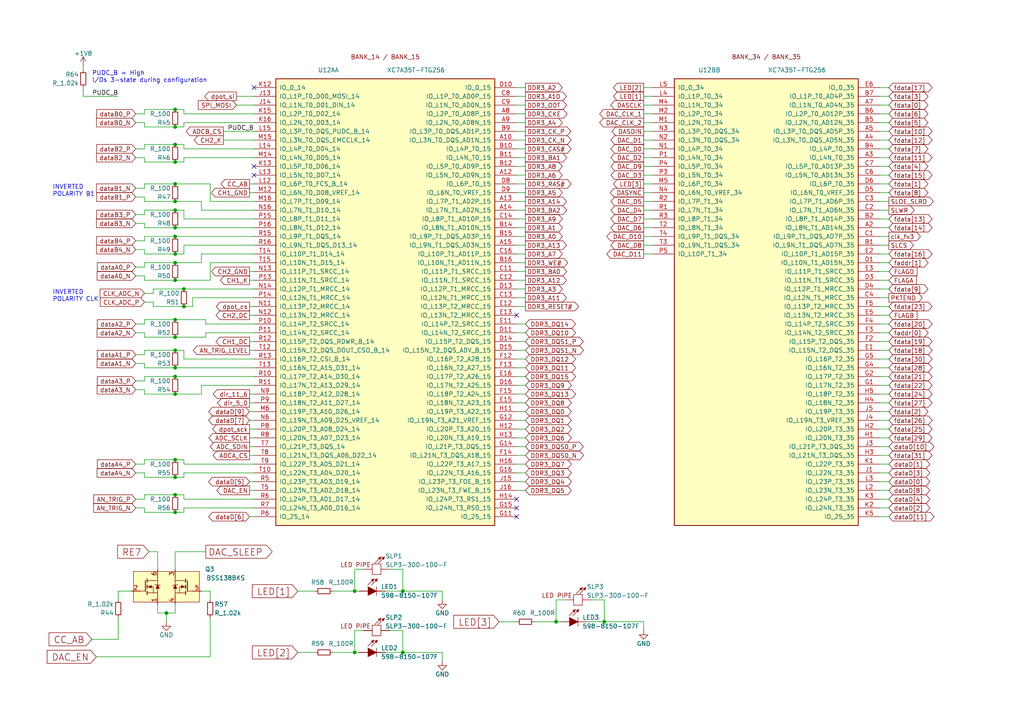
<source format=kicad_sch>
(kicad_sch (version 20250114) (generator "eeschema") (generator_version "9.0")
  (paper "A4")
  (title_block (title "Scopefun Oscilloscope") (rev "v2") (comment 1 "Copyright Dejan Priversek 2017") (comment 2 "Licensed under CERN OHL v.1.2"))
  (text "PUDC_B = High\nI/Os 3-state during configuration" (at 26.67 24.13 0) (effects (font (size 1.27 1.27)) (justify left bottom)))
  (text "INVERTED\nPOLARITY B1" (at 15.24 57.15 0) (effects (font (size 1.27 1.27)) (justify left bottom)))
  (text "INVERTED\nPOLARITY CLK" (at 15.24 87.63 0) (effects (font (size 1.27 1.27)) (justify left bottom)))
  (junction (at 116.84 171.45))
  (junction (at 175.26 180.34))
  (junction (at 50.8 133.35))
  (junction (at 50.8 66.04))
  (junction (at 161.29 180.34))
  (junction (at 50.8 148.59))
  (junction (at 50.8 36.83))
  (junction (at 50.8 76.2))
  (junction (at 50.8 106.68))
  (junction (at 50.8 97.79))
  (junction (at 116.84 189.23))
  (junction (at 50.8 109.22))
  (junction (at 50.8 41.91))
  (junction (at 50.8 114.3))
  (junction (at 53.34 88.9))
  (junction (at 50.8 73.66))
  (junction (at 50.8 81.28))
  (junction (at 50.8 92.71))
  (junction (at 50.8 53.34))
  (junction (at 50.8 101.6))
  (junction (at 50.8 68.58))
  (junction (at 50.8 138.43))
  (junction (at 50.8 46.99))
  (junction (at 50.8 143.51))
  (junction (at 53.34 83.82))
  (junction (at 50.8 31.75))
  (junction (at 50.8 60.96))
  (junction (at 48.26 177.8))
  (junction (at 102.87 189.23))
  (junction (at 50.8 58.42))
  (junction (at 102.87 171.45))
  (no_connect (at 73.66 48.26))
  (no_connect (at 149.86 144.78))
  (no_connect (at 149.86 149.86))
  (no_connect (at 73.66 25.4))
  (no_connect (at 73.66 50.8))
  (no_connect (at 149.86 91.44))
  (no_connect (at 149.86 147.32))
  (wire (pts (xy 53.34 137.16) (xy 73.66 137.16)))
  (wire (pts (xy 50.8 101.6) (xy 53.34 101.6)))
  (wire (pts (xy 53.34 35.56) (xy 73.66 35.56)))
  (wire (pts (xy 41.91 73.66) (xy 41.91 72.39)))
  (wire (pts (xy 149.86 134.62) (xy 152.4 134.62)))
  (wire (pts (xy 45.72 177.8) (xy 48.26 177.8)))
  (wire (pts (xy 41.91 143.51) (xy 50.8 143.51)))
  (wire (pts (xy 41.91 134.62) (xy 39.37 134.62)))
  (wire (pts (xy 45.72 177.8) (xy 45.72 175.26)))
  (wire (pts (xy 149.86 137.16) (xy 152.4 137.16)))
  (wire (pts (xy 255.27 71.12) (xy 257.81 71.12)))
  (wire (pts (xy 149.86 30.48) (xy 152.4 30.48)))
  (wire (pts (xy 41.91 46.99) (xy 41.91 45.72)))
  (wire (pts (xy 59.69 96.52) (xy 73.66 96.52)))
  (wire (pts (xy 149.86 71.12) (xy 152.4 71.12)))
  (wire (pts (xy 186.69 63.5) (xy 189.23 63.5)))
  (wire (pts (xy 149.86 73.66) (xy 152.4 73.66)))
  (wire (pts (xy 149.86 101.6) (xy 152.4 101.6)))
  (wire (pts (xy 116.84 182.88) (xy 116.84 189.23)))
  (wire (pts (xy 72.39 91.44) (xy 73.66 91.44)))
  (wire (pts (xy 59.69 97.79) (xy 59.69 96.52)))
  (wire (pts (xy 41.91 76.2) (xy 50.8 76.2)))
  (wire (pts (xy 186.69 43.18) (xy 189.23 43.18)))
  (wire (pts (xy 255.27 66.04) (xy 257.81 66.04)))
  (wire (pts (xy 255.27 53.34) (xy 257.81 53.34)))
  (wire (pts (xy 50.8 109.22) (xy 73.66 109.22)))
  (wire (pts (xy 255.27 88.9) (xy 257.81 88.9)))
  (wire (pts (xy 255.27 43.18) (xy 257.81 43.18)))
  (wire (pts (xy 149.86 53.34) (xy 152.4 53.34)))
  (wire (pts (xy 64.77 38.1) (xy 73.66 38.1)))
  (wire (pts (xy 186.69 33.02) (xy 189.23 33.02)))
  (wire (pts (xy 50.8 92.71) (xy 59.69 92.71)))
  (wire (pts (xy 149.86 127) (xy 152.4 127)))
  (wire (pts (xy 149.86 58.42) (xy 152.4 58.42)))
  (wire (pts (xy 255.27 35.56) (xy 257.81 35.56)))
  (wire (pts (xy 41.91 35.56) (xy 39.37 35.56)))
  (wire (pts (xy 255.27 27.94) (xy 257.81 27.94)))
  (wire (pts (xy 73.66 132.08) (xy 72.39 132.08)))
  (wire (pts (xy 27.94 190.5) (xy 60.96 190.5)))
  (wire (pts (xy 50.8 68.58) (xy 73.66 68.58)))
  (wire (pts (xy 68.58 27.94) (xy 73.66 27.94)))
  (wire (pts (xy 255.27 81.28) (xy 257.81 81.28)))
  (wire (pts (xy 186.69 30.48) (xy 189.23 30.48)))
  (wire (pts (xy 50.8 138.43) (xy 53.34 138.43)))
  (wire (pts (xy 41.91 101.6) (xy 50.8 101.6)))
  (wire (pts (xy 105.41 182.88) (xy 102.87 182.88)))
  (wire (pts (xy 72.39 119.38) (xy 73.66 119.38)))
  (wire (pts (xy 24.13 27.94) (xy 24.13 25.4)))
  (wire (pts (xy 58.42 73.66) (xy 73.66 73.66)))
  (wire (pts (xy 60.96 173.99) (xy 60.96 171.45)))
  (wire (pts (xy 41.91 93.98) (xy 41.91 92.71)))
  (wire (pts (xy 255.27 134.62) (xy 257.81 134.62)))
  (wire (pts (xy 41.91 114.3) (xy 50.8 114.3)))
  (wire (pts (xy 255.27 55.88) (xy 257.81 55.88)))
  (wire (pts (xy 255.27 78.74) (xy 257.81 78.74)))
  (wire (pts (xy 149.86 142.24) (xy 152.4 142.24)))
  (wire (pts (xy 50.8 160.02) (xy 50.8 165.1)))
  (wire (pts (xy 41.91 58.42) (xy 50.8 58.42)))
  (wire (pts (xy 41.91 97.79) (xy 50.8 97.79)))
  (wire (pts (xy 53.34 133.35) (xy 53.34 134.62)))
  (wire (pts (xy 41.91 41.91) (xy 50.8 41.91)))
  (wire (pts (xy 50.8 81.28) (xy 60.96 81.28)))
  (wire (pts (xy 149.86 35.56) (xy 152.4 35.56)))
  (wire (pts (xy 255.27 63.5) (xy 257.81 63.5)))
  (wire (pts (xy 41.91 147.32) (xy 39.37 147.32)))
  (wire (pts (xy 128.27 171.45) (xy 128.27 173.99)))
  (wire (pts (xy 41.91 148.59) (xy 50.8 148.59)))
  (wire (pts (xy 186.69 55.88) (xy 189.23 55.88)))
  (wire (pts (xy 53.34 147.32) (xy 73.66 147.32)))
  (wire (pts (xy 255.27 139.7) (xy 257.81 139.7)))
  (wire (pts (xy 41.91 144.78) (xy 39.37 144.78)))
  (wire (pts (xy 41.91 46.99) (xy 50.8 46.99)))
  (wire (pts (xy 60.96 190.5) (xy 60.96 179.07)))
  (wire (pts (xy 113.03 165.1) (xy 116.84 165.1)))
  (wire (pts (xy 41.91 66.04) (xy 41.91 64.77)))
  (wire (pts (xy 255.27 101.6) (xy 257.81 101.6)))
  (wire (pts (xy 149.86 111.76) (xy 152.4 111.76)))
  (wire (pts (xy 161.29 173.99) (xy 163.83 173.99)))
  (wire (pts (xy 186.69 27.94) (xy 189.23 27.94)))
  (wire (pts (xy 41.91 66.04) (xy 50.8 66.04)))
  (wire (pts (xy 41.91 109.22) (xy 50.8 109.22)))
  (wire (pts (xy 255.27 137.16) (xy 257.81 137.16)))
  (wire (pts (xy 149.86 63.5) (xy 152.4 63.5)))
  (wire (pts (xy 105.41 165.1) (xy 102.87 165.1)))
  (wire (pts (xy 53.34 88.9) (xy 55.88 88.9)))
  (wire (pts (xy 41.91 64.77) (xy 39.37 64.77)))
  (wire (pts (xy 60.96 53.34) (xy 60.96 58.42)))
  (wire (pts (xy 53.34 71.12) (xy 73.66 71.12)))
  (wire (pts (xy 41.91 92.71) (xy 50.8 92.71)))
  (wire (pts (xy 50.8 148.59) (xy 53.34 148.59)))
  (wire (pts (xy 186.69 58.42) (xy 189.23 58.42)))
  (wire (pts (xy 50.8 133.35) (xy 53.34 133.35)))
  (wire (pts (xy 161.29 173.99) (xy 161.29 180.34)))
  (wire (pts (xy 60.96 171.45) (xy 58.42 171.45)))
  (wire (pts (xy 255.27 30.48) (xy 257.81 30.48)))
  (wire (pts (xy 53.34 46.99) (xy 53.34 45.72)))
  (wire (pts (xy 43.18 160.02) (xy 45.72 160.02)))
  (wire (pts (xy 186.69 66.04) (xy 189.23 66.04)))
  (wire (pts (xy 149.86 114.3) (xy 152.4 114.3)))
  (wire (pts (xy 186.69 45.72) (xy 189.23 45.72)))
  (wire (pts (xy 41.91 97.79) (xy 41.91 96.52)))
  (wire (pts (xy 58.42 114.3) (xy 58.42 111.76)))
  (wire (pts (xy 149.86 109.22) (xy 152.4 109.22)))
  (wire (pts (xy 41.91 143.51) (xy 41.91 144.78)))
  (wire (pts (xy 149.86 96.52) (xy 152.4 96.52)))
  (wire (pts (xy 34.29 173.99) (xy 34.29 171.45)))
  (wire (pts (xy 53.34 138.43) (xy 53.34 137.16)))
  (wire (pts (xy 41.91 138.43) (xy 50.8 138.43)))
  (wire (pts (xy 96.52 189.23) (xy 102.87 189.23)))
  (wire (pts (xy 111.76 171.45) (xy 116.84 171.45)))
  (wire (pts (xy 149.86 106.68) (xy 152.4 106.68)))
  (wire (pts (xy 48.26 177.8) (xy 50.8 177.8)))
  (wire (pts (xy 102.87 182.88) (xy 102.87 189.23)))
  (wire (pts (xy 50.8 31.75) (xy 53.34 31.75)))
  (wire (pts (xy 72.39 53.34) (xy 73.66 53.34)))
  (wire (pts (xy 72.39 116.84) (xy 73.66 116.84)))
  (wire (pts (xy 39.37 102.87) (xy 41.91 102.87)))
  (wire (pts (xy 50.8 97.79) (xy 59.69 97.79)))
  (wire (pts (xy 53.34 63.5) (xy 73.66 63.5)))
  (wire (pts (xy 41.91 133.35) (xy 41.91 134.62)))
  (wire (pts (xy 149.86 132.08) (xy 152.4 132.08)))
  (wire (pts (xy 50.8 46.99) (xy 53.34 46.99)))
  (wire (pts (xy 53.34 33.02) (xy 73.66 33.02)))
  (wire (pts (xy 257.81 121.92) (xy 255.27 121.92)))
  (wire (pts (xy 255.27 48.26) (xy 257.81 48.26)))
  (wire (pts (xy 149.86 45.72) (xy 152.4 45.72)))
  (wire (pts (xy 73.66 127) (xy 72.39 127)))
  (wire (pts (xy 39.37 93.98) (xy 41.91 93.98)))
  (wire (pts (xy 116.84 171.45) (xy 128.27 171.45)))
  (wire (pts (xy 50.8 53.34) (xy 60.96 53.34)))
  (wire (pts (xy 58.42 111.76) (xy 73.66 111.76)))
  (wire (pts (xy 255.27 144.78) (xy 257.81 144.78)))
  (wire (pts (xy 149.86 119.38) (xy 152.4 119.38)))
  (wire (pts (xy 186.69 53.34) (xy 189.23 53.34)))
  (wire (pts (xy 255.27 111.76) (xy 257.81 111.76)))
  (wire (pts (xy 41.91 73.66) (xy 50.8 73.66)))
  (wire (pts (xy 41.91 45.72) (xy 39.37 45.72)))
  (wire (pts (xy 255.27 60.96) (xy 257.81 60.96)))
  (wire (pts (xy 255.27 25.4) (xy 257.81 25.4)))
  (wire (pts (xy 60.96 58.42) (xy 73.66 58.42)))
  (wire (pts (xy 149.86 66.04) (xy 152.4 66.04)))
  (wire (pts (xy 255.27 147.32) (xy 257.81 147.32)))
  (wire (pts (xy 44.45 83.82) (xy 44.45 85.09)))
  (wire (pts (xy 41.91 60.96) (xy 41.91 62.23)))
  (wire (pts (xy 255.27 91.44) (xy 257.81 91.44)))
  (wire (pts (xy 41.91 137.16) (xy 39.37 137.16)))
  (wire (pts (xy 41.91 53.34) (xy 41.91 54.61)))
  (wire (pts (xy 50.8 60.96) (xy 53.34 60.96)))
  (wire (pts (xy 41.91 81.28) (xy 41.91 80.01)))
  (wire (pts (xy 34.29 171.45) (xy 38.1 171.45)))
  (wire (pts (xy 55.88 86.36) (xy 73.66 86.36)))
  (wire (pts (xy 113.03 182.88) (xy 116.84 182.88)))
  (wire (pts (xy 53.34 36.83) (xy 53.34 35.56)))
  (wire (pts (xy 41.91 113.03) (xy 41.91 114.3)))
  (wire (pts (xy 186.69 180.34) (xy 186.69 182.88)))
  (wire (pts (xy 186.69 25.4) (xy 189.23 25.4)))
  (wire (pts (xy 53.34 143.51) (xy 53.34 144.78)))
  (wire (pts (xy 186.69 35.56) (xy 189.23 35.56)))
  (wire (pts (xy 72.39 55.88) (xy 73.66 55.88)))
  (wire (pts (xy 50.8 58.42) (xy 58.42 58.42)))
  (wire (pts (xy 72.39 88.9) (xy 73.66 88.9)))
  (wire (pts (xy 255.27 50.8) (xy 257.81 50.8)))
  (wire (pts (xy 72.39 129.54) (xy 73.66 129.54)))
  (wire (pts (xy 50.8 66.04) (xy 73.66 66.04)))
  (wire (pts (xy 86.36 171.45) (xy 91.44 171.45)))
  (wire (pts (xy 72.39 124.46) (xy 73.66 124.46)))
  (wire (pts (xy 34.29 185.42) (xy 34.29 179.07)))
  (wire (pts (xy 59.69 93.98) (xy 73.66 93.98)))
  (wire (pts (xy 149.86 93.98) (xy 152.4 93.98)))
  (wire (pts (xy 161.29 180.34) (xy 162.56 180.34)))
  (wire (pts (xy 50.8 106.68) (xy 73.66 106.68)))
  (wire (pts (xy 50.8 73.66) (xy 53.34 73.66)))
  (wire (pts (xy 41.91 148.59) (xy 41.91 147.32)))
  (wire (pts (xy 41.91 68.58) (xy 41.91 69.85)))
  (wire (pts (xy 255.27 142.24) (xy 257.81 142.24)))
  (wire (pts (xy 255.27 58.42) (xy 257.81 58.42)))
  (wire (pts (xy 149.86 68.58) (xy 152.4 68.58)))
  (wire (pts (xy 72.39 142.24) (xy 73.66 142.24)))
  (wire (pts (xy 149.86 116.84) (xy 152.4 116.84)))
  (wire (pts (xy 41.91 41.91) (xy 41.91 43.18)))
  (wire (pts (xy 41.91 36.83) (xy 41.91 35.56)))
  (wire (pts (xy 72.39 78.74) (xy 73.66 78.74)))
  (wire (pts (xy 149.86 129.54) (xy 152.4 129.54)))
  (wire (pts (xy 53.34 101.6) (xy 53.34 104.14)))
  (wire (pts (xy 53.34 41.91) (xy 53.34 43.18)))
  (wire (pts (xy 149.86 139.7) (xy 152.4 139.7)))
  (wire (pts (xy 41.91 81.28) (xy 50.8 81.28)))
  (wire (pts (xy 41.91 36.83) (xy 50.8 36.83)))
  (wire (pts (xy 41.91 109.22) (xy 41.91 110.49)))
  (wire (pts (xy 255.27 45.72) (xy 257.81 45.72)))
  (wire (pts (xy 41.91 106.68) (xy 41.91 105.41)))
  (wire (pts (xy 255.27 127) (xy 257.81 127)))
  (wire (pts (xy 41.91 31.75) (xy 50.8 31.75)))
  (wire (pts (xy 41.91 57.15) (xy 39.37 57.15)))
  (wire (pts (xy 72.39 81.28) (xy 73.66 81.28)))
  (wire (pts (xy 53.34 148.59) (xy 53.34 147.32)))
  (wire (pts (xy 60.96 81.28) (xy 60.96 76.2)))
  (wire (pts (xy 186.69 60.96) (xy 189.23 60.96)))
  (wire (pts (xy 41.91 53.34) (xy 50.8 53.34)))
  (wire (pts (xy 116.84 165.1) (xy 116.84 171.45)))
  (wire (pts (xy 149.86 55.88) (xy 152.4 55.88)))
  (wire (pts (xy 41.91 138.43) (xy 41.91 137.16)))
  (wire (pts (xy 102.87 171.45) (xy 104.14 171.45)))
  (wire (pts (xy 41.91 80.01) (xy 39.37 80.01)))
  (wire (pts (xy 149.86 33.02) (xy 152.4 33.02)))
  (wire (pts (xy 44.45 88.9) (xy 53.34 88.9)))
  (wire (pts (xy 255.27 109.22) (xy 257.81 109.22)))
  (wire (pts (xy 255.27 104.14) (xy 257.81 104.14)))
  (wire (pts (xy 149.86 78.74) (xy 152.4 78.74)))
  (wire (pts (xy 149.86 81.28) (xy 152.4 81.28)))
  (wire (pts (xy 60.96 76.2) (xy 73.66 76.2)))
  (wire (pts (xy 149.86 99.06) (xy 152.4 99.06)))
  (wire (pts (xy 102.87 165.1) (xy 102.87 171.45)))
  (wire (pts (xy 41.91 106.68) (xy 50.8 106.68)))
  (wire (pts (xy 59.69 160.02) (xy 50.8 160.02)))
  (wire (pts (xy 149.86 27.94) (xy 152.4 27.94)))
  (wire (pts (xy 41.91 62.23) (xy 39.37 62.23)))
  (wire (pts (xy 175.26 173.99) (xy 175.26 180.34)))
  (wire (pts (xy 86.36 189.23) (xy 91.44 189.23)))
  (wire (pts (xy 149.86 104.14) (xy 152.4 104.14)))
  (wire (pts (xy 255.27 86.36) (xy 257.81 86.36)))
  (wire (pts (xy 41.91 96.52) (xy 39.37 96.52)))
  (wire (pts (xy 186.69 50.8) (xy 189.23 50.8)))
  (wire (pts (xy 50.8 41.91) (xy 53.34 41.91)))
  (wire (pts (xy 255.27 119.38) (xy 257.81 119.38)))
  (wire (pts (xy 149.86 60.96) (xy 152.4 60.96)))
  (wire (pts (xy 73.66 149.86) (xy 72.39 149.86)))
  (wire (pts (xy 72.39 101.6) (xy 73.66 101.6)))
  (wire (pts (xy 24.13 19.05) (xy 24.13 20.32)))
  (wire (pts (xy 255.27 33.02) (xy 257.81 33.02)))
  (wire (pts (xy 170.18 180.34) (xy 175.26 180.34)))
  (wire (pts (xy 255.27 116.84) (xy 257.81 116.84)))
  (wire (pts (xy 149.86 40.64) (xy 152.4 40.64)))
  (wire (pts (xy 41.91 76.2) (xy 41.91 77.47)))
  (wire (pts (xy 96.52 171.45) (xy 102.87 171.45)))
  (wire (pts (xy 111.76 189.23) (xy 116.84 189.23)))
  (wire (pts (xy 41.91 31.75) (xy 41.91 33.02)))
  (wire (pts (xy 186.69 73.66) (xy 189.23 73.66)))
  (wire (pts (xy 149.86 88.9) (xy 152.4 88.9)))
  (wire (pts (xy 255.27 132.08) (xy 257.81 132.08)))
  (wire (pts (xy 128.27 189.23) (xy 128.27 191.77)))
  (wire (pts (xy 41.91 69.85) (xy 39.37 69.85)))
  (wire (pts (xy 149.86 43.18) (xy 152.4 43.18)))
  (wire (pts (xy 44.45 88.9) (xy 44.45 87.63)))
  (wire (pts (xy 41.91 60.96) (xy 50.8 60.96)))
  (wire (pts (xy 41.91 58.42) (xy 41.91 57.15)))
  (wire (pts (xy 53.34 83.82) (xy 73.66 83.82)))
  (wire (pts (xy 186.69 40.64) (xy 189.23 40.64)))
  (wire (pts (xy 255.27 76.2) (xy 257.81 76.2)))
  (wire (pts (xy 44.45 87.63) (xy 41.91 87.63)))
  (wire (pts (xy 149.86 25.4) (xy 152.4 25.4)))
  (wire (pts (xy 186.69 38.1) (xy 189.23 38.1)))
  (wire (pts (xy 149.86 83.82) (xy 152.4 83.82)))
  (wire (pts (xy 26.67 185.42) (xy 34.29 185.42)))
  (wire (pts (xy 58.42 76.2) (xy 58.42 73.66)))
  (wire (pts (xy 41.91 133.35) (xy 50.8 133.35)))
  (wire (pts (xy 53.34 31.75) (xy 53.34 33.02)))
  (wire (pts (xy 24.13 27.94) (xy 34.29 27.94)))
  (wire (pts (xy 50.8 76.2) (xy 58.42 76.2)))
  (wire (pts (xy 255.27 73.66) (xy 257.81 73.66)))
  (wire (pts (xy 255.27 114.3) (xy 257.81 114.3)))
  (wire (pts (xy 73.66 139.7) (xy 72.39 139.7)))
  (wire (pts (xy 53.34 104.14) (xy 73.66 104.14)))
  (wire (pts (xy 255.27 93.98) (xy 257.81 93.98)))
  (wire (pts (xy 149.86 48.26) (xy 152.4 48.26)))
  (wire (pts (xy 186.69 48.26) (xy 189.23 48.26)))
  (wire (pts (xy 41.91 33.02) (xy 39.37 33.02)))
  (wire (pts (xy 50.8 114.3) (xy 58.42 114.3)))
  (wire (pts (xy 186.69 68.58) (xy 189.23 68.58)))
  (wire (pts (xy 175.26 180.34) (xy 186.69 180.34)))
  (wire (pts (xy 149.86 121.92) (xy 152.4 121.92)))
  (wire (pts (xy 255.27 38.1) (xy 257.81 38.1)))
  (wire (pts (xy 50.8 143.51) (xy 53.34 143.51)))
  (wire (pts (xy 149.86 38.1) (xy 152.4 38.1)))
  (wire (pts (xy 55.88 88.9) (xy 55.88 86.36)))
  (wire (pts (xy 64.77 40.64) (xy 73.66 40.64)))
  (wire (pts (xy 44.45 83.82) (xy 53.34 83.82)))
  (wire (pts (xy 171.45 173.99) (xy 175.26 173.99)))
  (wire (pts (xy 255.27 83.82) (xy 257.81 83.82)))
  (wire (pts (xy 53.34 60.96) (xy 53.34 63.5)))
  (wire (pts (xy 152.4 86.36) (xy 149.86 86.36)))
  (wire (pts (xy 72.39 114.3) (xy 73.66 114.3)))
  (wire (pts (xy 154.94 180.34) (xy 161.29 180.34)))
  (wire (pts (xy 149.86 50.8) (xy 152.4 50.8)))
  (wire (pts (xy 53.34 144.78) (xy 73.66 144.78)))
  (wire (pts (xy 255.27 68.58) (xy 257.81 68.58)))
  (wire (pts (xy 45.72 160.02) (xy 45.72 165.1)))
  (wire (pts (xy 59.69 92.71) (xy 59.69 93.98)))
  (wire (pts (xy 50.8 36.83) (xy 53.34 36.83)))
  (wire (pts (xy 41.91 102.87) (xy 41.91 101.6)))
  (wire (pts (xy 48.26 180.34) (xy 48.26 177.8)))
  (wire (pts (xy 255.27 40.64) (xy 257.81 40.64)))
  (wire (pts (xy 255.27 99.06) (xy 257.81 99.06)))
  (wire (pts (xy 53.34 73.66) (xy 53.34 71.12)))
  (wire (pts (xy 58.42 60.96) (xy 73.66 60.96)))
  (wire (pts (xy 72.39 121.92) (xy 73.66 121.92)))
  (wire (pts (xy 44.45 85.09) (xy 41.91 85.09)))
  (wire (pts (xy 39.37 113.03) (xy 41.91 113.03)))
  (wire (pts (xy 149.86 124.46) (xy 152.4 124.46)))
  (wire (pts (xy 41.91 77.47) (xy 39.37 77.47)))
  (wire (pts (xy 255.27 96.52) (xy 257.81 96.52)))
  (wire (pts (xy 186.69 71.12) (xy 189.23 71.12)))
  (wire (pts (xy 41.91 110.49) (xy 39.37 110.49)))
  (wire (pts (xy 68.58 30.48) (xy 73.66 30.48)))
  (wire (pts (xy 53.34 45.72) (xy 73.66 45.72)))
  (wire (pts (xy 149.86 76.2) (xy 152.4 76.2)))
  (wire (pts (xy 41.91 72.39) (xy 39.37 72.39)))
  (wire (pts (xy 116.84 189.23) (xy 128.27 189.23)))
  (wire (pts (xy 41.91 105.41) (xy 39.37 105.41)))
  (wire (pts (xy 255.27 149.86) (xy 257.81 149.86)))
  (wire (pts (xy 41.91 43.18) (xy 39.37 43.18)))
  (wire (pts (xy 72.39 99.06) (xy 73.66 99.06)))
  (wire (pts (xy 102.87 189.23) (xy 104.14 189.23)))
  (wire (pts (xy 53.34 43.18) (xy 73.66 43.18)))
  (wire (pts (xy 58.42 58.42) (xy 58.42 60.96)))
  (wire (pts (xy 144.78 180.34) (xy 149.86 180.34)))
  (wire (pts (xy 255.27 106.68) (xy 257.81 106.68)))
  (wire (pts (xy 41.91 68.58) (xy 50.8 68.58)))
  (wire (pts (xy 255.27 129.54) (xy 257.81 129.54)))
  (wire (pts (xy 50.8 177.8) (xy 50.8 175.26)))
  (wire (pts (xy 255.27 124.46) (xy 257.81 124.46)))
  (wire (pts (xy 41.91 54.61) (xy 39.37 54.61)))
  (wire (pts (xy 53.34 134.62) (xy 73.66 134.62)))
  (label "PUDC_B" (at 66.04 38.1 0))
  (label "PUDC_B" (at 34.29 27.94 180))
  (global_label "DDR3_BA2" (shape output) (at 152.4 60.96 0) (property "Intersheetrefs" "${INTERSHEET_REFS}" (effects (hide yes))))
  (global_label "LED[1]" (shape input) (at 86.36 171.45 180) (effects (font (size 1.905 1.905))) (property "Intersheetrefs" "${INTERSHEET_REFS}" (effects (hide yes))))
  (global_label "dataB2_P" (shape input) (at 39.37 43.18 180) (property "Intersheetrefs" "${INTERSHEET_REFS}" (effects (hide yes))))
  (global_label "dataB4_N" (shape input) (at 39.37 72.39 180) (property "Intersheetrefs" "${INTERSHEET_REFS}" (effects (hide yes))))
  (global_label "DDR3_BA1" (shape output) (at 152.4 45.72 0) (property "Intersheetrefs" "${INTERSHEET_REFS}" (effects (hide yes))))
  (global_label "DDR3_DQ7" (shape bidirectional) (at 152.4 134.62 0) (property "Intersheetrefs" "${INTERSHEET_REFS}" (effects (hide yes))))
  (global_label "DDR3_A4" (shape output) (at 152.4 35.56 0) (property "Intersheetrefs" "${INTERSHEET_REFS}" (effects (hide yes))))
  (global_label "DDR3_A14" (shape output) (at 152.4 58.42 0) (property "Intersheetrefs" "${INTERSHEET_REFS}" (effects (hide yes))))
  (global_label "DDR3_CKE" (shape output) (at 152.4 33.02 0) (property "Intersheetrefs" "${INTERSHEET_REFS}" (effects (hide yes))))
  (global_label "dataB3_N" (shape input) (at 39.37 64.77 180) (property "Intersheetrefs" "${INTERSHEET_REFS}" (effects (hide yes))))
  (global_label "SPI_MOSI" (shape input) (at 68.58 30.48 180) (property "Intersheetrefs" "${INTERSHEET_REFS}" (effects (hide yes))))
  (global_label "fdata[2]" (shape bidirectional) (at 257.81 119.38 0) (property "Intersheetrefs" "${INTERSHEET_REFS}" (effects (hide yes))))
  (global_label "DDR3_A12" (shape output) (at 152.4 81.28 0) (property "Intersheetrefs" "${INTERSHEET_REFS}" (effects (hide yes))))
  (global_label "DDR3_A7" (shape output) (at 152.4 73.66 0) (property "Intersheetrefs" "${INTERSHEET_REFS}" (effects (hide yes))))
  (global_label "CH2_K" (shape output) (at 64.77 40.64 180) (property "Intersheetrefs" "${INTERSHEET_REFS}" (effects (hide yes))))
  (global_label "CH1_K" (shape output) (at 72.39 81.28 180) (property "Intersheetrefs" "${INTERSHEET_REFS}" (effects (hide yes))))
  (global_label "fdata[22]" (shape bidirectional) (at 257.81 111.76 0) (property "Intersheetrefs" "${INTERSHEET_REFS}" (effects (hide yes))))
  (global_label "DAC_D2" (shape output) (at 186.69 45.72 180) (property "Intersheetrefs" "${INTERSHEET_REFS}" (effects (hide yes))))
  (global_label "DDR3_A13" (shape output) (at 152.4 71.12 0) (property "Intersheetrefs" "${INTERSHEET_REFS}" (effects (hide yes))))
  (global_label "DDR3_A6" (shape output) (at 152.4 50.8 0) (property "Intersheetrefs" "${INTERSHEET_REFS}" (effects (hide yes))))
  (global_label "dataA2_P" (shape input) (at 39.37 93.98 180) (property "Intersheetrefs" "${INTERSHEET_REFS}" (effects (hide yes))))
  (global_label "dataB1_P" (shape input) (at 39.37 57.15 180) (property "Intersheetrefs" "${INTERSHEET_REFS}" (effects (hide yes))))
  (global_label "DAC_D7" (shape output) (at 186.69 63.5 180) (property "Intersheetrefs" "${INTERSHEET_REFS}" (effects (hide yes))))
  (global_label "DDR3_A8" (shape output) (at 152.4 48.26 0) (property "Intersheetrefs" "${INTERSHEET_REFS}" (effects (hide yes))))
  (global_label "LED[1]" (shape output) (at 186.69 27.94 180) (property "Intersheetrefs" "${INTERSHEET_REFS}" (effects (hide yes))))
  (global_label "DDR3_A9" (shape output) (at 152.4 63.5 0) (property "Intersheetrefs" "${INTERSHEET_REFS}" (effects (hide yes))))
  (global_label "LED[2]" (shape output) (at 186.69 25.4 180) (property "Intersheetrefs" "${INTERSHEET_REFS}" (effects (hide yes))))
  (global_label "DASYNC" (shape output) (at 186.69 55.88 180) (property "Intersheetrefs" "${INTERSHEET_REFS}" (effects (hide yes))))
  (global_label "AN_TRIG_LEVEL" (shape output) (at 72.39 101.6 180) (property "Intersheetrefs" "${INTERSHEET_REFS}" (effects (hide yes))))
  (global_label "ADCB_CS" (shape output) (at 64.77 38.1 180) (property "Intersheetrefs" "${INTERSHEET_REFS}" (effects (hide yes))))
  (global_label "DDR3_CAS#" (shape output) (at 152.4 43.18 0) (property "Intersheetrefs" "${INTERSHEET_REFS}" (effects (hide yes))))
  (global_label "fdata[5]" (shape bidirectional) (at 257.81 35.56 0) (property "Intersheetrefs" "${INTERSHEET_REFS}" (effects (hide yes))))
  (global_label "DDR3_RAS#" (shape output) (at 152.4 53.34 0) (property "Intersheetrefs" "${INTERSHEET_REFS}" (effects (hide yes))))
  (global_label "DDR3_A2" (shape output) (at 152.4 25.4 0) (property "Intersheetrefs" "${INTERSHEET_REFS}" (effects (hide yes))))
  (global_label "DDR3_WE#" (shape output) (at 152.4 76.2 0) (property "Intersheetrefs" "${INTERSHEET_REFS}" (effects (hide yes))))
  (global_label "DDR3_DQ14" (shape bidirectional) (at 152.4 93.98 0) (property "Intersheetrefs" "${INTERSHEET_REFS}" (effects (hide yes))))
  (global_label "SLCS" (shape output) (at 257.81 71.12 0) (property "Intersheetrefs" "${INTERSHEET_REFS}" (effects (hide yes))))
  (global_label "dpot_si" (shape output) (at 68.58 27.94 180) (property "Intersheetrefs" "${INTERSHEET_REFS}" (effects (hide yes))))
  (global_label "DAC_D8" (shape output) (at 186.69 71.12 180) (property "Intersheetrefs" "${INTERSHEET_REFS}" (effects (hide yes))))
  (global_label "fdata[24]" (shape bidirectional) (at 257.81 114.3 0) (property "Intersheetrefs" "${INTERSHEET_REFS}" (effects (hide yes))))
  (global_label "dataB1_N" (shape input) (at 39.37 54.61 180) (property "Intersheetrefs" "${INTERSHEET_REFS}" (effects (hide yes))))
  (global_label "DDR3_DQ13" (shape bidirectional) (at 152.4 114.3 0) (property "Intersheetrefs" "${INTERSHEET_REFS}" (effects (hide yes))))
  (global_label "DAC_D9" (shape output) (at 186.69 48.26 180) (property "Intersheetrefs" "${INTERSHEET_REFS}" (effects (hide yes))))
  (global_label "LED[3]" (shape output) (at 186.69 53.34 180) (property "Intersheetrefs" "${INTERSHEET_REFS}" (effects (hide yes))))
  (global_label "fdata[1]" (shape bidirectional) (at 257.81 53.34 0) (property "Intersheetrefs" "${INTERSHEET_REFS}" (effects (hide yes))))
  (global_label "FLAGA" (shape input) (at 257.81 81.28 0) (property "Intersheetrefs" "${INTERSHEET_REFS}" (effects (hide yes))))
  (global_label "dataD[1]" (shape bidirectional) (at 257.81 134.62 0) (property "Intersheetrefs" "${INTERSHEET_REFS}" (effects (hide yes))))
  (global_label "AN_TRIG_N" (shape input) (at 39.37 147.32 180) (property "Intersheetrefs" "${INTERSHEET_REFS}" (effects (hide yes))))
  (global_label "fdata[11]" (shape bidirectional) (at 257.81 45.72 0) (property "Intersheetrefs" "${INTERSHEET_REFS}" (effects (hide yes))))
  (global_label "DDR3_A1" (shape output) (at 152.4 66.04 0) (property "Intersheetrefs" "${INTERSHEET_REFS}" (effects (hide yes))))
  (global_label "dataB4_P" (shape input) (at 39.37 69.85 180) (property "Intersheetrefs" "${INTERSHEET_REFS}" (effects (hide yes))))
  (global_label "fdata[14]" (shape bidirectional) (at 257.81 66.04 0) (property "Intersheetrefs" "${INTERSHEET_REFS}" (effects (hide yes))))
  (global_label "DAC_D1" (shape output) (at 186.69 40.64 180) (property "Intersheetrefs" "${INTERSHEET_REFS}" (effects (hide yes))))
  (global_label "CLK_ADC_N" (shape input) (at 41.91 85.09 180) (property "Intersheetrefs" "${INTERSHEET_REFS}" (effects (hide yes))))
  (global_label "DAC_D0" (shape output) (at 186.69 43.18 180) (property "Intersheetrefs" "${INTERSHEET_REFS}" (effects (hide yes))))
  (global_label "DDR3_ODT" (shape output) (at 152.4 30.48 0) (property "Intersheetrefs" "${INTERSHEET_REFS}" (effects (hide yes))))
  (global_label "CH2_DC" (shape output) (at 72.39 91.44 180) (property "Intersheetrefs" "${INTERSHEET_REFS}" (effects (hide yes))))
  (global_label "dataA4_N" (shape input) (at 39.37 137.16 180) (property "Intersheetrefs" "${INTERSHEET_REFS}" (effects (hide yes))))
  (global_label "DAC_D4" (shape output) (at 186.69 60.96 180) (property "Intersheetrefs" "${INTERSHEET_REFS}" (effects (hide yes))))
  (global_label "DAC_D6" (shape output) (at 186.69 66.04 180) (property "Intersheetrefs" "${INTERSHEET_REFS}" (effects (hide yes))))
  (global_label "ADC_SCLK" (shape output) (at 72.39 127 180) (property "Intersheetrefs" "${INTERSHEET_REFS}" (effects (hide yes))))
  (global_label "fdata[15]" (shape bidirectional) (at 257.81 50.8 0) (property "Intersheetrefs" "${INTERSHEET_REFS}" (effects (hide yes))))
  (global_label "DAC_CLK_1" (shape output) (at 186.69 33.02 180) (property "Intersheetrefs" "${INTERSHEET_REFS}" (effects (hide yes))))
  (global_label "faddr[1]" (shape bidirectional) (at 257.81 76.2 0) (property "Intersheetrefs" "${INTERSHEET_REFS}" (effects (hide yes))))
  (global_label "dataA4_P" (shape input) (at 39.37 134.62 180) (property "Intersheetrefs" "${INTERSHEET_REFS}" (effects (hide yes))))
  (global_label "DAC_CLK_2" (shape output) (at 186.69 35.56 180) (property "Intersheetrefs" "${INTERSHEET_REFS}" (effects (hide yes))))
  (global_label "fdata[19]" (shape bidirectional) (at 257.81 99.06 0) (property "Intersheetrefs" "${INTERSHEET_REFS}" (effects (hide yes))))
  (global_label "dir_5_0" (shape output) (at 72.39 116.84 180) (property "Intersheetrefs" "${INTERSHEET_REFS}" (effects (hide yes))))
  (global_label "fdata[21]" (shape bidirectional) (at 257.81 109.22 0) (property "Intersheetrefs" "${INTERSHEET_REFS}" (effects (hide yes))))
  (global_label "fdata[31]" (shape bidirectional) (at 257.81 132.08 0) (property "Intersheetrefs" "${INTERSHEET_REFS}" (effects (hide yes))))
  (global_label "FLAGB" (shape input) (at 257.81 91.44 0) (property "Intersheetrefs" "${INTERSHEET_REFS}" (effects (hide yes))))
  (global_label "DDR3_BA0" (shape output) (at 152.4 78.74 0) (property "Intersheetrefs" "${INTERSHEET_REFS}" (effects (hide yes))))
  (global_label "fdata[18]" (shape bidirectional) (at 257.81 101.6 0) (property "Intersheetrefs" "${INTERSHEET_REFS}" (effects (hide yes))))
  (global_label "DDR3_A10" (shape output) (at 152.4 27.94 0) (property "Intersheetrefs" "${INTERSHEET_REFS}" (effects (hide yes))))
  (global_label "fdata[26]" (shape bidirectional) (at 257.81 121.92 0) (property "Intersheetrefs" "${INTERSHEET_REFS}" (effects (hide yes))))
  (global_label "dataB0_N" (shape input) (at 39.37 35.56 180) (property "Intersheetrefs" "${INTERSHEET_REFS}" (effects (hide yes))))
  (global_label "fdata[25]" (shape bidirectional) (at 257.81 124.46 0) (property "Intersheetrefs" "${INTERSHEET_REFS}" (effects (hide yes))))
  (global_label "dataB0_P" (shape input) (at 39.37 33.02 180) (property "Intersheetrefs" "${INTERSHEET_REFS}" (effects (hide yes))))
  (global_label "ADCA_CS" (shape output) (at 72.39 132.08 180) (property "Intersheetrefs" "${INTERSHEET_REFS}" (effects (hide yes))))
  (global_label "DDR3_A3" (shape output) (at 152.4 83.82 0) (property "Intersheetrefs" "${INTERSHEET_REFS}" (effects (hide yes))))
  (global_label "DDR3_RESET#" (shape output) (at 152.4 88.9 0) (property "Intersheetrefs" "${INTERSHEET_REFS}" (effects (hide yes))))
  (global_label "fdata[13]" (shape bidirectional) (at 257.81 63.5 0) (property "Intersheetrefs" "${INTERSHEET_REFS}" (effects (hide yes))))
  (global_label "CLK_ADC_P" (shape input) (at 41.91 87.63 180) (property "Intersheetrefs" "${INTERSHEET_REFS}" (effects (hide yes))))
  (global_label "dataA1_P" (shape input) (at 39.37 102.87 180) (property "Intersheetrefs" "${INTERSHEET_REFS}" (effects (hide yes))))
  (global_label "fdata[9]" (shape bidirectional) (at 257.81 83.82 0) (property "Intersheetrefs" "${INTERSHEET_REFS}" (effects (hide yes))))
  (global_label "DDR3_DQ6" (shape bidirectional) (at 152.4 127 0) (property "Intersheetrefs" "${INTERSHEET_REFS}" (effects (hide yes))))
  (global_label "DAC_D3" (shape output) (at 186.69 50.8 180) (property "Intersheetrefs" "${INTERSHEET_REFS}" (effects (hide yes))))
  (global_label "dataA0_N" (shape input) (at 39.37 80.01 180) (property "Intersheetrefs" "${INTERSHEET_REFS}" (effects (hide yes))))
  (global_label "fdata[23]" (shape bidirectional) (at 257.81 88.9 0) (property "Intersheetrefs" "${INTERSHEET_REFS}" (effects (hide yes))))
  (global_label "DDR3_DQS1_P" (shape bidirectional) (at 152.4 99.06 0) (property "Intersheetrefs" "${INTERSHEET_REFS}" (effects (hide yes))))
  (global_label "DAC_SLEEP" (shape output) (at 59.69 160.02 0) (effects (font (size 1.905 1.905))) (property "Intersheetrefs" "${INTERSHEET_REFS}" (effects (hide yes))))
  (global_label "dataD[7]" (shape bidirectional) (at 72.39 121.92 180) (property "Intersheetrefs" "${INTERSHEET_REFS}" (effects (hide yes))))
  (global_label "RE7" (shape input) (at 43.18 160.02 180) (effects (font (size 1.905 1.905))) (property "Intersheetrefs" "${INTERSHEET_REFS}" (effects (hide yes))))
  (global_label "AN_TRIG_P" (shape input) (at 39.37 144.78 180) (property "Intersheetrefs" "${INTERSHEET_REFS}" (effects (hide yes))))
  (global_label "LED[3]" (shape input) (at 144.78 180.34 180) (effects (font (size 1.905 1.905))) (property "Intersheetrefs" "${INTERSHEET_REFS}" (effects (hide yes))))
  (global_label "fdata[20]" (shape bidirectional) (at 257.81 93.98 0) (property "Intersheetrefs" "${INTERSHEET_REFS}" (effects (hide yes))))
  (global_label "DDR3_CK_P" (shape output) (at 152.4 38.1 0) (property "Intersheetrefs" "${INTERSHEET_REFS}" (effects (hide yes))))
  (global_label "dataD[6]" (shape bidirectional) (at 72.39 149.86 180) (property "Intersheetrefs" "${INTERSHEET_REFS}" (effects (hide yes))))
  (global_label "fdata[29]" (shape bidirectional) (at 257.81 127 0) (property "Intersheetrefs" "${INTERSHEET_REFS}" (effects (hide yes))))
  (global_label "fdata[27]" (shape bidirectional) (at 257.81 116.84 0) (property "Intersheetrefs" "${INTERSHEET_REFS}" (effects (hide yes))))
  (global_label "SLOE_SLRD" (shape output) (at 257.81 58.42 0) (property "Intersheetrefs" "${INTERSHEET_REFS}" (effects (hide yes))))
  (global_label "SLWR" (shape output) (at 257.81 60.96 0) (property "Intersheetrefs" "${INTERSHEET_REFS}" (effects (hide yes))))
  (global_label "fdata[17]" (shape bidirectional) (at 257.81 25.4 0) (property "Intersheetrefs" "${INTERSHEET_REFS}" (effects (hide yes))))
  (global_label "DDR3_DQ8" (shape bidirectional) (at 152.4 116.84 0) (property "Intersheetrefs" "${INTERSHEET_REFS}" (effects (hide yes))))
  (global_label "DDR3_DQ2" (shape bidirectional) (at 152.4 124.46 0) (property "Intersheetrefs" "${INTERSHEET_REFS}" (effects (hide yes))))
  (global_label "fdata[30]" (shape bidirectional) (at 257.81 104.14 0) (property "Intersheetrefs" "${INTERSHEET_REFS}" (effects (hide yes))))
  (global_label "dpot_cs" (shape output) (at 72.39 88.9 180) (property "Intersheetrefs" "${INTERSHEET_REFS}" (effects (hide yes))))
  (global_label "DAC_D5" (shape output) (at 186.69 58.42 180) (property "Intersheetrefs" "${INTERSHEET_REFS}" (effects (hide yes))))
  (global_label "dataA1_N" (shape input) (at 39.37 105.41 180) (property "Intersheetrefs" "${INTERSHEET_REFS}" (effects (hide yes))))
  (global_label "fdata[8]" (shape bidirectional) (at 257.81 55.88 0) (property "Intersheetrefs" "${INTERSHEET_REFS}" (effects (hide yes))))
  (global_label "PKTEND" (shape output) (at 257.81 86.36 0) (property "Intersheetrefs" "${INTERSHEET_REFS}" (effects (hide yes))))
  (global_label "dataD[2]" (shape bidirectional) (at 257.81 147.32 0) (property "Intersheetrefs" "${INTERSHEET_REFS}" (effects (hide yes))))
  (global_label "DDR3_DQ9" (shape bidirectional) (at 152.4 111.76 0) (property "Intersheetrefs" "${INTERSHEET_REFS}" (effects (hide yes))))
  (global_label "DDR3_CK_N" (shape output) (at 152.4 40.64 0) (property "Intersheetrefs" "${INTERSHEET_REFS}" (effects (hide yes))))
  (global_label "DDR3_A11" (shape output) (at 152.4 86.36 0) (property "Intersheetrefs" "${INTERSHEET_REFS}" (effects (hide yes))))
  (global_label "DDR3_DQS1_N" (shape bidirectional) (at 152.4 101.6 0) (property "Intersheetrefs" "${INTERSHEET_REFS}" (effects (hide yes))))
  (global_label "fdata[4]" (shape bidirectional) (at 257.81 48.26 0) (property "Intersheetrefs" "${INTERSHEET_REFS}" (effects (hide yes))))
  (global_label "dataD[11]" (shape bidirectional) (at 257.81 149.86 0) (property "Intersheetrefs" "${INTERSHEET_REFS}" (effects (hide yes))))
  (global_label "dpot_sck" (shape output) (at 72.39 124.46 180) (property "Intersheetrefs" "${INTERSHEET_REFS}" (effects (hide yes))))
  (global_label "DDR3_DQ1" (shape bidirectional) (at 152.4 121.92 0) (property "Intersheetrefs" "${INTERSHEET_REFS}" (effects (hide yes))))
  (global_label "fdata[3]" (shape bidirectional) (at 257.81 27.94 0) (property "Intersheetrefs" "${INTERSHEET_REFS}" (effects (hide yes))))
  (global_label "fdata[7]" (shape bidirectional) (at 257.81 43.18 0) (property "Intersheetrefs" "${INTERSHEET_REFS}" (effects (hide yes))))
  (global_label "FLAGD" (shape input) (at 257.81 78.74 0) (property "Intersheetrefs" "${INTERSHEET_REFS}" (effects (hide yes))))
  (global_label "DDR3_DQ11" (shape bidirectional) (at 152.4 106.68 0) (property "Intersheetrefs" "${INTERSHEET_REFS}" (effects (hide yes))))
  (global_label "CC_AB" (shape output) (at 72.39 53.34 180) (property "Intersheetrefs" "${INTERSHEET_REFS}" (effects (hide yes))))
  (global_label "dataA0_P" (shape input) (at 39.37 77.47 180) (property "Intersheetrefs" "${INTERSHEET_REFS}" (effects (hide yes))))
  (global_label "CC_AB" (shape input) (at 26.67 185.42 180) (effects (font (size 1.905 1.905))) (property "Intersheetrefs" "${INTERSHEET_REFS}" (effects (hide yes))))
  (global_label "dataB2_N" (shape input) (at 39.37 45.72 180) (property "Intersheetrefs" "${INTERSHEET_REFS}" (effects (hide yes))))
  (global_label "DDR3_A5" (shape output) (at 152.4 55.88 0) (property "Intersheetrefs" "${INTERSHEET_REFS}" (effects (hide yes))))
  (global_label "fdata[28]" (shape bidirectional) (at 257.81 106.68 0) (property "Intersheetrefs" "${INTERSHEET_REFS}" (effects (hide yes))))
  (global_label "DASCLK" (shape output) (at 186.69 30.48 180) (property "Intersheetrefs" "${INTERSHEET_REFS}" (effects (hide yes))))
  (global_label "DAC_D11" (shape output) (at 186.69 73.66 180) (property "Intersheetrefs" "${INTERSHEET_REFS}" (effects (hide yes))))
  (global_label "DDR3_DQ3" (shape bidirectional) (at 152.4 137.16 0) (property "Intersheetrefs" "${INTERSHEET_REFS}" (effects (hide yes))))
  (global_label "DAC_D10" (shape output) (at 186.69 68.58 180) (property "Intersheetrefs" "${INTERSHEET_REFS}" (effects (hide yes))))
  (global_label "fdata[16]" (shape bidirectional) (at 257.81 73.66 0) (property "Intersheetrefs" "${INTERSHEET_REFS}" (effects (hide yes))))
  (global_label "fdata[0]" (shape bidirectional) (at 257.81 30.48 0) (property "Intersheetrefs" "${INTERSHEET_REFS}" (effects (hide yes))))
  (global_label "DAC_EN" (shape output) (at 72.39 142.24 180) (property "Intersheetrefs" "${INTERSHEET_REFS}" (effects (hide yes))))
  (global_label "dataD[10]" (shape bidirectional) (at 257.81 129.54 0) (property "Intersheetrefs" "${INTERSHEET_REFS}" (effects (hide yes))))
  (global_label "dataA3_P" (shape input) (at 39.37 110.49 180) (property "Intersheetrefs" "${INTERSHEET_REFS}" (effects (hide yes))))
  (global_label "fdata[12]" (shape bidirectional) (at 257.81 40.64 0) (property "Intersheetrefs" "${INTERSHEET_REFS}" (effects (hide yes))))
  (global_label "clk_fx3" (shape output) (at 257.81 68.58 0) (property "Intersheetrefs" "${INTERSHEET_REFS}" (effects (hide yes))))
  (global_label "DDR3_DQS0_P" (shape bidirectional) (at 152.4 129.54 0) (property "Intersheetrefs" "${INTERSHEET_REFS}" (effects (hide yes))))
  (global_label "CH1_GND" (shape output) (at 72.39 55.88 180) (property "Intersheetrefs" "${INTERSHEET_REFS}" (effects (hide yes))))
  (global_label "DDR3_DQS0_N" (shape bidirectional) (at 152.4 132.08 0) (property "Intersheetrefs" "${INTERSHEET_REFS}" (effects (hide yes))))
  (global_label "dir_11_6" (shape output) (at 72.39 114.3 180) (property "Intersheetrefs" "${INTERSHEET_REFS}" (effects (hide yes))))
  (global_label "dataD[4]" (shape bidirectional) (at 257.81 144.78 0) (property "Intersheetrefs" "${INTERSHEET_REFS}" (effects (hide yes))))
  (global_label "dataD[5]" (shape bidirectional) (at 72.39 139.7 180) (property "Intersheetrefs" "${INTERSHEET_REFS}" (effects (hide yes))))
  (global_label "CH2_GND" (shape output) (at 72.39 78.74 180) (property "Intersheetrefs" "${INTERSHEET_REFS}" (effects (hide yes))))
  (global_label "dataD[0]" (shape bidirectional) (at 257.81 139.7 0) (property "Intersheetrefs" "${INTERSHEET_REFS}" (effects (hide yes))))
  (global_label "dataA3_N" (shape input) (at 39.37 113.03 180) (property "Intersheetrefs" "${INTERSHEET_REFS}" (effects (hide yes))))
  (global_label "dataD[3]" (shape bidirectional) (at 257.81 137.16 0) (property "Intersheetrefs" "${INTERSHEET_REFS}" (effects (hide yes))))
  (global_label "DDR3_DQ0" (shape bidirectional) (at 152.4 119.38 0) (property "Intersheetrefs" "${INTERSHEET_REFS}" (effects (hide yes))))
  (global_label "DAC_EN" (shape input) (at 27.94 190.5 180) (effects (font (size 1.905 1.905))) (property "Intersheetrefs" "${INTERSHEET_REFS}" (effects (hide yes))))
  (global_label "DDR3_DQ4" (shape bidirectional) (at 152.4 139.7 0) (property "Intersheetrefs" "${INTERSHEET_REFS}" (effects (hide yes))))
  (global_label "DDR3_DQ5" (shape bidirectional) (at 152.4 142.24 0) (property "Intersheetrefs" "${INTERSHEET_REFS}" (effects (hide yes))))
  (global_label "DDR3_DQ12" (shape bidirectional) (at 152.4 104.14 0) (property "Intersheetrefs" "${INTERSHEET_REFS}" (effects (hide yes))))
  (global_label "ADC_SDIN" (shape output) (at 72.39 129.54 180) (property "Intersheetrefs" "${INTERSHEET_REFS}" (effects (hide yes))))
  (global_label "dataB3_P" (shape input) (at 39.37 62.23 180) (property "Intersheetrefs" "${INTERSHEET_REFS}" (effects (hide yes))))
  (global_label "fdata[10]" (shape bidirectional) (at 257.81 38.1 0) (property "Intersheetrefs" "${INTERSHEET_REFS}" (effects (hide yes))))
  (global_label "CH1_DC" (shape output) (at 72.39 99.06 180) (property "Intersheetrefs" "${INTERSHEET_REFS}" (effects (hide yes))))
  (global_label "fdata[6]" (shape bidirectional) (at 257.81 33.02 0) (property "Intersheetrefs" "${INTERSHEET_REFS}" (effects (hide yes))))
  (global_label "LED[2]" (shape input) (at 86.36 189.23 180) (effects (font (size 1.905 1.905))) (property "Intersheetrefs" "${INTERSHEET_REFS}" (effects (hide yes))))
  (global_label "dataD[8]" (shape bidirectional) (at 257.81 142.24 0) (property "Intersheetrefs" "${INTERSHEET_REFS}" (effects (hide yes))))
  (global_label "dataD[9]" (shape bidirectional) (at 72.39 119.38 180) (property "Intersheetrefs" "${INTERSHEET_REFS}" (effects (hide yes))))
  (global_label "DDR3_A0" (shape output) (at 152.4 68.58 0) (property "Intersheetrefs" "${INTERSHEET_REFS}" (effects (hide yes))))
  (global_label "DDR3_DQ15" (shape bidirectional) (at 152.4 109.22 0) (property "Intersheetrefs" "${INTERSHEET_REFS}" (effects (hide yes))))
  (global_label "dataA2_N" (shape input) (at 39.37 96.52 180) (property "Intersheetrefs" "${INTERSHEET_REFS}" (effects (hide yes))))
  (global_label "DDR3_DQ10" (shape bidirectional) (at 152.4 96.52 0) (property "Intersheetrefs" "${INTERSHEET_REFS}" (effects (hide yes))))
  (global_label "faddr[0]" (shape bidirectional) (at 257.81 96.52 0) (property "Intersheetrefs" "${INTERSHEET_REFS}" (effects (hide yes))))
  (global_label "DASDIN" (shape output) (at 186.69 38.1 180) (property "Intersheetrefs" "${INTERSHEET_REFS}" (effects (hide yes))))
  (symbol (lib_name "GND_6") (lib_id "Scopefun_v2-rescue:GND") (at 186.69 182.88 0) (unit 1)
    (property "Reference" "#PWR0106" (effects (hide yes)))
    (property "Value" "GND" (at 186.69 186.69 0))
  )
  (symbol (lib_id "ScopefunParts:R_100R") (at 93.98 171.45 270) (unit 1)
    (property "Reference" "R58" (at 90.17 168.91 90) (effects (justify left)))
    (property "Value" "R_100R" (at 95.25 168.91 90) (effects (justify left)))
    (property "Footprint" "ScopefunPackagesLibrary:R_0603" (effects (hide yes)))
    (property "Datasheet" "http://industrial.panasonic.com/cdbs/www-data/pdf/AOA0000/AOA0000CE2.pdf" (effects (hide yes)))
    (property "MFG Part#" "ERJ-3EKF1000V" (effects (hide yes)))
    (property "Description" "RES SMD 1% 1/10W 0603" (effects (hide yes)))
  )
  (symbol (lib_id "ScopefunParts:R_100R") (at 93.98 189.23 270) (unit 1)
    (property "Reference" "R59" (at 90.17 186.69 90) (effects (justify left)))
    (property "Value" "R_100R" (at 95.25 186.69 90) (effects (justify left)))
    (property "Footprint" "ScopefunPackagesLibrary:R_0603" (effects (hide yes)))
    (property "Datasheet" "http://industrial.panasonic.com/cdbs/www-data/pdf/AOA0000/AOA0000CE2.pdf" (effects (hide yes)))
    (property "MFG Part#" "ERJ-3EKF1000V" (effects (hide yes)))
    (property "Description" "RES SMD 1% 1/10W 0603" (effects (hide yes)))
  )
  (symbol (lib_id "ScopefunParts:R_100R") (at 152.4 180.34 270) (unit 1)
    (property "Reference" "R60" (at 148.59 177.8 90) (effects (justify left)))
    (property "Value" "R_100R" (at 153.67 177.8 90) (effects (justify left)))
    (property "Footprint" "ScopefunPackagesLibrary:R_0603" (effects (hide yes)))
    (property "Datasheet" "http://industrial.panasonic.com/cdbs/www-data/pdf/AOA0000/AOA0000CE2.pdf" (effects (hide yes)))
    (property "MFG Part#" "ERJ-3EKF1000V" (effects (hide yes)))
    (property "Description" "RES SMD 1% 1/10W 0603" (effects (hide yes)))
  )
  (symbol (lib_id "ScopefunParts:XC7A35T-FTG256") (at 111.76 78.74 0) (unit 1)
    (property "Reference" "U12A" (at 95.25 20.32 0))
    (property "Value" "XC7A35T-FTG256" (at 120.65 20.32 0))
    (property "Footprint" "ScopefunPackagesLibrary:BGA256_FTG256" (effects (hide yes)))
    (property "Datasheet" "https://www.xilinx.com/support/documentation/data_sheets/ds181_Artix_7_Data_Sheet.pdf" (effects (hide yes)))
    (property "Description" "Artix-7 FPGA" (effects (hide yes)))
    (property "MFG Part#" "XC7A35T-2FTG256I" (effects (hide yes)))
  )
  (symbol (lib_id "ScopefunParts:XC7A35T-FTG256") (at 222.25 78.74 0) (unit 2)
    (property "Reference" "U12B" (at 205.74 20.32 0))
    (property "Value" "XC7A35T-FTG256" (at 231.14 20.32 0))
    (property "Footprint" "ScopefunPackagesLibrary:BGA256_FTG256" (effects (hide yes)))
    (property "Datasheet" "https://www.xilinx.com/support/documentation/data_sheets/ds181_Artix_7_Data_Sheet.pdf" (effects (hide yes)))
    (property "Description" "Artix-7 FPGA" (effects (hide yes)))
    (property "MFG Part#" "XC7A35T-2FTG256I" (effects (hide yes)))
  )
  (symbol (lib_name "GND_7") (lib_id "Scopefun_v2-rescue:GND") (at 128.27 173.99 0) (unit 1)
    (property "Reference" "#PWR0107" (effects (hide yes)))
    (property "Value" "GND" (at 128.27 177.8 0))
  )
  (symbol (lib_name "GND_8") (lib_id "Scopefun_v2-rescue:GND") (at 128.27 191.77 0) (unit 1)
    (property "Reference" "#PWR0108" (effects (hide yes)))
    (property "Value" "GND" (at 128.27 195.58 0))
  )
  (symbol (lib_id "ScopefunParts:R_100") (at 50.8 34.29 180) (unit 1)
    (property "Reference" "R45" (at 49.53 35.56 0) (effects (justify left)))
    (property "Value" "R_100" (at 49.53 33.02 0) (effects (justify left)))
    (property "Footprint" "ScopefunPackagesLibrary:R_0402" (effects (hide yes)))
    (property "Datasheet" "https://industrial.panasonic.com/ww/products/resistors/chip-resistors/chip-resistors/precision-thick-film-chip-resistors/ERJ3EKF1000V" (effects (hide yes)))
    (property "MFG Part#" "ERJ-2RKF1000X" (effects (hide yes)))
    (property "Description" "RES SMD 1% 1/10W 0402" (effects (hide yes)))
  )
  (symbol (lib_id "ScopefunParts:R_100") (at 50.8 44.45 180) (unit 1)
    (property "Reference" "R46" (at 49.53 45.72 0) (effects (justify left)))
    (property "Value" "R_100" (at 49.53 43.18 0) (effects (justify left)))
    (property "Footprint" "ScopefunPackagesLibrary:R_0402" (effects (hide yes)))
    (property "Datasheet" "https://industrial.panasonic.com/ww/products/resistors/chip-resistors/chip-resistors/precision-thick-film-chip-resistors/ERJ3EKF1000V" (effects (hide yes)))
    (property "MFG Part#" "ERJ-2RKF1000X" (effects (hide yes)))
    (property "Description" "RES SMD 1% 1/10W 0402" (effects (hide yes)))
  )
  (symbol (lib_id "ScopefunParts:R_100") (at 50.8 55.88 180) (unit 1)
    (property "Reference" "R47" (at 49.53 57.15 0) (effects (justify left)))
    (property "Value" "R_100" (at 49.53 54.61 0) (effects (justify left)))
    (property "Footprint" "ScopefunPackagesLibrary:R_0402" (effects (hide yes)))
    (property "Datasheet" "https://industrial.panasonic.com/ww/products/resistors/chip-resistors/chip-resistors/precision-thick-film-chip-resistors/ERJ3EKF1000V" (effects (hide yes)))
    (property "MFG Part#" "ERJ-2RKF1000X" (effects (hide yes)))
    (property "Description" "RES SMD 1% 1/10W 0402" (effects (hide yes)))
  )
  (symbol (lib_id "ScopefunParts:R_100") (at 50.8 63.5 180) (unit 1)
    (property "Reference" "R48" (at 49.53 64.77 0) (effects (justify left)))
    (property "Value" "R_100" (at 49.53 62.23 0) (effects (justify left)))
    (property "Footprint" "ScopefunPackagesLibrary:R_0402" (effects (hide yes)))
    (property "Datasheet" "https://industrial.panasonic.com/ww/products/resistors/chip-resistors/chip-resistors/precision-thick-film-chip-resistors/ERJ3EKF1000V" (effects (hide yes)))
    (property "MFG Part#" "ERJ-2RKF1000X" (effects (hide yes)))
    (property "Description" "RES SMD 1% 1/10W 0402" (effects (hide yes)))
  )
  (symbol (lib_id "ScopefunParts:R_100") (at 50.8 71.12 180) (unit 1)
    (property "Reference" "R49" (at 49.53 72.39 0) (effects (justify left)))
    (property "Value" "R_100" (at 49.53 69.85 0) (effects (justify left)))
    (property "Footprint" "ScopefunPackagesLibrary:R_0402" (effects (hide yes)))
    (property "Datasheet" "https://industrial.panasonic.com/ww/products/resistors/chip-resistors/chip-resistors/precision-thick-film-chip-resistors/ERJ3EKF1000V" (effects (hide yes)))
    (property "MFG Part#" "ERJ-2RKF1000X" (effects (hide yes)))
    (property "Description" "RES SMD 1% 1/10W 0402" (effects (hide yes)))
  )
  (symbol (lib_id "ScopefunParts:R_100") (at 50.8 78.74 180) (unit 1)
    (property "Reference" "R50" (at 49.53 80.01 0) (effects (justify left)))
    (property "Value" "R_100" (at 49.53 77.47 0) (effects (justify left)))
    (property "Footprint" "ScopefunPackagesLibrary:R_0402" (effects (hide yes)))
    (property "Datasheet" "https://industrial.panasonic.com/ww/products/resistors/chip-resistors/chip-resistors/precision-thick-film-chip-resistors/ERJ3EKF1000V" (effects (hide yes)))
    (property "MFG Part#" "ERJ-2RKF1000X" (effects (hide yes)))
    (property "Description" "RES SMD 1% 1/10W 0402" (effects (hide yes)))
  )
  (symbol (lib_id "ScopefunParts:R_100") (at 53.34 86.36 180) (unit 1)
    (property "Reference" "R51" (at 52.07 87.63 0) (effects (justify left)))
    (property "Value" "R_100" (at 52.07 85.09 0) (effects (justify left)))
    (property "Footprint" "ScopefunPackagesLibrary:R_0402" (effects (hide yes)))
    (property "Datasheet" "https://industrial.panasonic.com/ww/products/resistors/chip-resistors/chip-resistors/precision-thick-film-chip-resistors/ERJ3EKF1000V" (effects (hide yes)))
    (property "MFG Part#" "ERJ-2RKF1000X" (effects (hide yes)))
    (property "Description" "RES SMD 1% 1/10W 0402" (effects (hide yes)))
  )
  (symbol (lib_id "ScopefunParts:R_100") (at 50.8 95.25 180) (unit 1)
    (property "Reference" "R52" (at 49.53 96.52 0) (effects (justify left)))
    (property "Value" "R_100" (at 49.53 93.98 0) (effects (justify left)))
    (property "Footprint" "ScopefunPackagesLibrary:R_0402" (effects (hide yes)))
    (property "Datasheet" "https://industrial.panasonic.com/ww/products/resistors/chip-resistors/chip-resistors/precision-thick-film-chip-resistors/ERJ3EKF1000V" (effects (hide yes)))
    (property "MFG Part#" "ERJ-2RKF1000X" (effects (hide yes)))
    (property "Description" "RES SMD 1% 1/10W 0402" (effects (hide yes)))
  )
  (symbol (lib_id "ScopefunParts:R_100") (at 50.8 104.14 180) (unit 1)
    (property "Reference" "R53" (at 49.53 105.41 0) (effects (justify left)))
    (property "Value" "R_100" (at 49.53 102.87 0) (effects (justify left)))
    (property "Footprint" "ScopefunPackagesLibrary:R_0402" (effects (hide yes)))
    (property "Datasheet" "https://industrial.panasonic.com/ww/products/resistors/chip-resistors/chip-resistors/precision-thick-film-chip-resistors/ERJ3EKF1000V" (effects (hide yes)))
    (property "MFG Part#" "ERJ-2RKF1000X" (effects (hide yes)))
    (property "Description" "RES SMD 1% 1/10W 0402" (effects (hide yes)))
  )
  (symbol (lib_id "ScopefunParts:R_100") (at 50.8 111.76 180) (unit 1)
    (property "Reference" "R54" (at 49.53 113.03 0) (effects (justify left)))
    (property "Value" "R_100" (at 49.53 110.49 0) (effects (justify left)))
    (property "Footprint" "ScopefunPackagesLibrary:R_0402" (effects (hide yes)))
    (property "Datasheet" "https://industrial.panasonic.com/ww/products/resistors/chip-resistors/chip-resistors/precision-thick-film-chip-resistors/ERJ3EKF1000V" (effects (hide yes)))
    (property "MFG Part#" "ERJ-2RKF1000X" (effects (hide yes)))
    (property "Description" "RES SMD 1% 1/10W 0402" (effects (hide yes)))
  )
  (symbol (lib_id "ScopefunParts:R_100") (at 50.8 135.89 180) (unit 1)
    (property "Reference" "R55" (at 49.53 137.16 0) (effects (justify left)))
    (property "Value" "R_100" (at 49.53 134.62 0) (effects (justify left)))
    (property "Footprint" "ScopefunPackagesLibrary:R_0402" (effects (hide yes)))
    (property "Datasheet" "https://industrial.panasonic.com/ww/products/resistors/chip-resistors/chip-resistors/precision-thick-film-chip-resistors/ERJ3EKF1000V" (effects (hide yes)))
    (property "MFG Part#" "ERJ-2RKF1000X" (effects (hide yes)))
    (property "Description" "RES SMD 1% 1/10W 0402" (effects (hide yes)))
  )
  (symbol (lib_id "ScopefunParts:R_100") (at 50.8 146.05 180) (unit 1)
    (property "Reference" "R56" (at 49.53 147.32 0) (effects (justify left)))
    (property "Value" "R_100" (at 49.53 144.78 0) (effects (justify left)))
    (property "Footprint" "ScopefunPackagesLibrary:R_0402" (effects (hide yes)))
    (property "Datasheet" "https://industrial.panasonic.com/ww/products/resistors/chip-resistors/chip-resistors/precision-thick-film-chip-resistors/ERJ3EKF1000V" (effects (hide yes)))
    (property "MFG Part#" "ERJ-2RKF1000X" (effects (hide yes)))
    (property "Description" "RES SMD 1% 1/10W 0402" (effects (hide yes)))
  )
  (symbol (lib_id "ScopefunParts:598-8150-107F") (at 107.95 171.45 0) (unit 1)
    (property "Reference" "LED1" (at 110.49 170.18 0) (effects (justify left)))
    (property "Value" "598-8150-107F" (at 110.49 172.72 0) (effects (justify left)))
    (property "Footprint" "ScopefunPackagesLibrary:LED_0805" (effects (hide yes)))
    (property "Datasheet" "https://media.digikey.com/pdf/Data%20Sheets/Dialight%20PDFs/598_Series_0805_Pkg.pdf" (effects (hide yes)))
    (property "MFG Part#" "598-8150-107F" (effects (hide yes)))
    (property "Description" "SMD LED 598 SERIES 0805 2V 130 mCd 140 DEG YELLOW Clear" (effects (hide yes)))
  )
  (symbol (lib_id "ScopefunParts:598-8150-107F") (at 107.95 189.23 0) (unit 1)
    (property "Reference" "LED2" (at 110.49 187.96 0) (effects (justify left)))
    (property "Value" "598-8150-107F" (at 110.49 190.5 0) (effects (justify left)))
    (property "Footprint" "ScopefunPackagesLibrary:LED_0805" (effects (hide yes)))
    (property "Datasheet" "https://media.digikey.com/pdf/Data%20Sheets/Dialight%20PDFs/598_Series_0805_Pkg.pdf" (effects (hide yes)))
    (property "MFG Part#" "598-8150-107F" (effects (hide yes)))
    (property "Description" "SMD LED 598 SERIES 0805 2V 130 mCd 140 DEG YELLOW Clear" (effects (hide yes)))
  )
  (symbol (lib_id "ScopefunParts:598-8150-107F") (at 166.37 180.34 0) (unit 1)
    (property "Reference" "LED3" (at 168.91 179.07 0) (effects (justify left)))
    (property "Value" "598-8150-107F" (at 168.91 181.61 0) (effects (justify left)))
    (property "Footprint" "ScopefunPackagesLibrary:LED_0805" (effects (hide yes)))
    (property "Datasheet" "https://media.digikey.com/pdf/Data%20Sheets/Dialight%20PDFs/598_Series_0805_Pkg.pdf" (effects (hide yes)))
    (property "MFG Part#" "598-8150-107F" (effects (hide yes)))
    (property "Description" "SMD LED 598 SERIES 0805 2V 130 mCd 140 DEG YELLOW Clear" (effects (hide yes)))
  )
  (symbol (lib_id "ScopefunParts:BSS138BKS") (at 48.26 170.18 0) (unit 1)
    (property "Reference" "Q3" (at 62.23 165.1 0) (effects (justify right)))
    (property "Value" "BSS138BKS" (at 71.12 167.64 0) (effects (justify right)))
    (property "Footprint" "ScopefunPackagesLibrary:SOT363" (effects (hide yes)))
    (property "Datasheet" "http://www.nxp.com/documents/data_sheet/BSS138BKS.pdf" (effects (hide yes)))
    (property "Description" "60 V, 320 mA dual N-channel Trench MOSFET" (effects (hide yes)))
    (property "MFG Part#" "BSS138PS,115" (effects (hide yes)))
  )
  (symbol (lib_name "GND_5") (lib_id "Scopefun_v2-rescue:GND") (at 48.26 180.34 0) (unit 1)
    (property "Reference" "#PWR0109" (effects (hide yes)))
    (property "Value" "GND" (at 48.26 184.15 0))
  )
  (symbol (lib_id "ScopefunParts:R_1.02k") (at 34.29 176.53 180) (unit 1)
    (property "Reference" "R44" (at 33.02 177.8 0) (effects (justify left)))
    (property "Value" "R_1.02k" (at 33.02 175.26 0) (effects (justify left)))
    (property "Footprint" "ScopefunPackagesLibrary:R_0603" (effects (hide yes)))
    (property "Datasheet" "http://industrial.panasonic.com/cdbs/www-data/pdf/AOA0000/AOA0000CE2.pdf" (effects (hide yes)))
    (property "MFG Part#" "ERJ-3EKF1021V" (effects (hide yes)))
    (property "Description" "RES SMD 1% 1/10W 0603" (effects (hide yes)))
  )
  (symbol (lib_id "ScopefunParts:R_1.02k") (at 60.96 176.53 0) (unit 1)
    (property "Reference" "R57" (at 62.23 175.26 0) (effects (justify left)))
    (property "Value" "R_1.02k" (at 62.23 177.8 0) (effects (justify left)))
    (property "Footprint" "ScopefunPackagesLibrary:R_0603" (effects (hide yes)))
    (property "Datasheet" "http://industrial.panasonic.com/cdbs/www-data/pdf/AOA0000/AOA0000CE2.pdf" (effects (hide yes)))
    (property "MFG Part#" "ERJ-3EKF1021V" (effects (hide yes)))
    (property "Description" "RES SMD 1% 1/10W 0603" (effects (hide yes)))
  )
  (symbol (lib_id "ScopefunParts:+1V8") (at 24.13 19.05 0) (unit 1)
    (property "Reference" "#PWR0110" (effects (hide yes)))
    (property "Value" "+1V8" (at 24.13 15.494 0))
  )
  (symbol (lib_id "ScopefunParts:R_1.02k") (at 24.13 22.86 0) (mirror y) (unit 1)
    (property "Reference" "R64" (at 22.86 21.59 0) (effects (justify left)))
    (property "Value" "R_1.02k" (at 22.86 24.13 0) (effects (justify left)))
    (property "Footprint" "ScopefunPackagesLibrary:R_0603" (effects (hide yes)))
    (property "Datasheet" "http://industrial.panasonic.com/cdbs/www-data/pdf/AOA0000/AOA0000CE2.pdf" (effects (hide yes)))
    (property "MFG Part#" "ERJ-3EKF1021V" (effects (hide yes)))
    (property "Description" "RES SMD 1% 1/10W 0603" (effects (hide yes)))
  )
  (symbol (lib_id "ScopefunParts:SLP3-300-100-F") (at 109.22 165.1 0) (unit 1)
    (property "Reference" "SLP1" (at 111.76 161.29 0) (effects (justify left)))
    (property "Value" "SLP3-300-100-F" (at 111.76 163.83 0) (effects (justify left)))
    (property "Footprint" "ScopefunPackagesLibrary:SLP3-300-100-F" (effects (hide yes)))
    (property "Datasheet" "http://www.mouser.com/ds/2/50/SLP3-XXX-XXX-X-345747.pdf" (effects (hide yes)))
    (property "MFG Part#" "SLP3-300-100-F" (effects (hide yes)))
    (property "Description" "Led Pipe for 0805 diode (Flat Face 3 mm)" (effects (hide yes)))
  )
  (symbol (lib_id "ScopefunParts:SLP3-300-100-F") (at 109.22 182.88 0) (unit 1)
    (property "Reference" "SLP2" (at 111.76 179.07 0) (effects (justify left)))
    (property "Value" "SLP3-300-100-F" (at 111.76 181.61 0) (effects (justify left)))
    (property "Footprint" "ScopefunPackagesLibrary:SLP3-300-100-F" (effects (hide yes)))
    (property "Datasheet" "http://www.mouser.com/ds/2/50/SLP3-XXX-XXX-X-345747.pdf" (effects (hide yes)))
    (property "MFG Part#" "SLP3-300-100-F" (effects (hide yes)))
    (property "Description" "Led Pipe for 0805 diode (Flat Face 3 mm)" (effects (hide yes)))
  )
  (symbol (lib_id "ScopefunParts:SLP3-300-100-F") (at 167.64 173.99 0) (unit 1)
    (property "Reference" "SLP3" (at 170.18 170.18 0) (effects (justify left)))
    (property "Value" "SLP3-300-100-F" (at 170.18 172.72 0) (effects (justify left)))
    (property "Footprint" "ScopefunPackagesLibrary:SLP3-300-100-F" (effects (hide yes)))
    (property "Datasheet" "http://www.mouser.com/ds/2/50/SLP3-XXX-XXX-X-345747.pdf" (effects (hide yes)))
    (property "MFG Part#" "SLP3-300-100-F" (effects (hide yes)))
    (property "Description" "Led Pipe for 0805 diode (Flat Face 3 mm)" (effects (hide yes)))
  )
)
</source>
